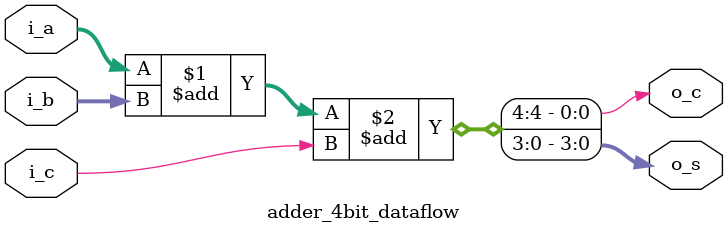
<source format=v>
`include "fa.v"

module adder_4bit
(
	output	[3:0]	o_s,
	output			o_c,
	input	[3:0]	i_a,
	input	[3:0]	i_b,
	input			i_c
);

	wire	[2:0]	carry;


	fa
	u_fa0(
		.o_s	(o_s[0]		),
		.o_c	(carry[0]	),
		.i_a	(i_a[0]		),
		.i_b	(i_b[0]		),
		.i_c	(i_c		)
	);

	fa
	u_fa1(
		.o_s	(o_s[1]		),
		.o_c	(carry[1]	),
		.i_a	(i_a[1]		),
		.i_b	(i_b[1]		),
		.i_c	(carry[0]	)
	);
																																																					
	fa
	u_fa2(
		.o_s	(o_s[2]		),
		.o_c	(carry[2]	),
		.i_a	(i_a[2]		),
		.i_b	(i_b[2]		),
		.i_c	(carry[1]	)
	);

	fa
	u_fa3(
		.o_s	(o_s[3]		),
		.o_c	(o_c		),
		.i_a	(i_a[3]		),
		.i_b	(i_b[3]		),
		.i_c	(carry[2]	)
	);

endmodule		


module adder_4bit_dataflow
(
	output	[3:0]	o_s,
	output			o_c,
	input	[3:0]	i_a,
	input	[3:0]	i_b,
	input			i_c
);

	assign	{o_c, o_s}	= i_a + i_b + i_c;
	
endmodule

</source>
